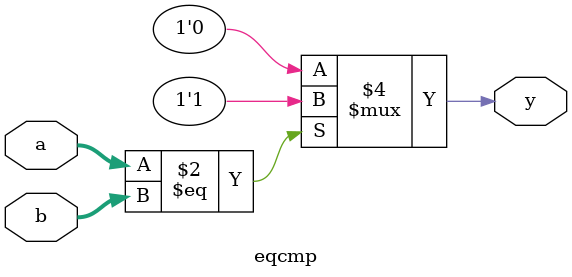
<source format=v>
module ALU(
	   input      [31:0]	 a, b,
	   input      [2:0]	 alucont,
	   output reg [31:0]     result
);
	
	wire [31:0] b2, sum, slt;
	assign b2 = alucont[2] ? ~b : b;
	assign sum = a + b2 + alucont[2];
	assign slt = sum[31];

	always @(*)
		case(alucont[1:0])
		  2'b00: result = a & b;
		  2'b01: result = a | b;
		  2'b10: result = sum;
		  2'b11: result = slt;
		endcase
	
endmodule


module adder(input  [31:0] a, b,
	     output reg [31:0] sum);

	     always @(*) 
                   sum = a + b;

endmodule

module shift_left_2(input  [31:0] a,
		    output reg [31:0] b);

	always @(*)
              b = {a[29:0], 2'b00};

endmodule

module sign_ext(input  [15:0] a,
		output reg [31:0] b);

	always @(*)
              b = {{16{a[15]}}, a};

endmodule

module mux2_32
	(input  [31 : 0] d0, d1,
	 input              s,
	 output reg [31 : 0] y);

	always @(*)
              if (s == 1) y = d1;
              else y = d0;

endmodule

module mux2_5
	(input  [4 : 0] d0, d1,
	 input              s,
	 output reg [4 : 0] y);

	always @(*)
              if (s == 1) y = d1;
              else y = d0;

endmodule

module mux3_32
	(input [31 : 0] d0, d1, d2,
	 input [1:0] s,
	 output reg [31 : 0] y);
	
	always @(*)
              if (s[1] == 1) y = d2;
              else if (s[0] == 1) y = d1;
              else y = d0;

endmodule

module mux4_32
	(input [31 : 0] d0, d1, d2, d3,
	 input [1:0] s,
	 input stall,
	 output reg [31 : 0] y);
	
	always @(*)
              if (stall == 1) y = d3;
              else if (s[1] == 1) y = d2;
              else if (s[0] == 1) y = d1;
              else y = d0;

endmodule

module reg_file(input        clk,
		input [4:0]  addr1, addr2,
		output reg [31:0] rd_data1, rd_data2,
		input        write_en,
		input [4:0]  addr3,
		input [31:0] write_data);

	reg [31:0] regfile[31:0];
  // three ported register file
  // read two ports combinationally
  // write third port on rising edge of clock
  // register 0 hardwired to 0

	always @(*)
              begin
                if (addr1 != 0) rd_data1 = regfile[addr1];
                else rd_data1 = 0;
                if (addr2 != 0) rd_data2 = regfile[addr2];
                else rd_data2 = 0;
              end
	
	always @(negedge clk)  //writeback at every negative clock edge
		if (write_en) regfile[addr3] <= write_data;

endmodule

module flopr_32
(
	input			clk, reset,
	input	    [31 : 0]	d,
	output  reg [31 : 0]	q);

	always @(posedge clk, posedge reset)
		if(reset) q <= 0;
		else q <= d;
endmodule

module flopr_5
(
	input			clk, reset,
	input	    [4 : 0]	d,
	output  reg [4 : 0]	q);

	always @(posedge clk, posedge reset)
		if(reset) q <= 0;
		else q <= d;
endmodule

module flopr_4
(
	input			clk, reset,
	input	    [3 : 0]	d,
	output  reg [3 : 0]	q);

	always @(posedge clk, posedge reset)
		if(reset) q <= 0;
		else q <= d;
endmodule

module flopr_2
(
	input			clk, reset,
	input	    [1 : 0]	d,
	output  reg [1 : 0]	q);

	always @(posedge clk, posedge reset)
		if(reset) q <= 0;
		else q <= d;
endmodule

module floprc_32
	(input clk, reset, clear,
	 input [31 : 0] d,
	 output reg [31 : 0] q);

	 always @(posedge clk, posedge reset)
	     begin
	         if(reset) q <= 0;
		 else if(clear) q <= 0;
		 else q <= d;
	     end
endmodule

module floprc_10
	(input clk, reset, clear,
	 input [9 : 0] d,
	 output reg [9 : 0] q);

	 always @(posedge clk, posedge reset)
	     begin
	         if(reset) q <= 0;
		 else if(clear) q <= 0;
		 else q <= d;
	     end
endmodule

module floprc_5
	(input clk, reset, clear,
	 input [4 : 0] d,
	 output reg [4 : 0] q);

	 always @(posedge clk, posedge reset)
	     begin
	         if(reset) q <= 0;
		 else if(clear) q <= 0;
		 else q <= d;
	     end
endmodule

module flopenr_32
	(input clk, reset, en,
	 input [31 : 0] d,
	 output reg [31 : 0] q);

	 always @(posedge clk, posedge reset)
	     begin
	         if(reset) q <= 0;
		 else if(en) q <= d;
	     end
endmodule

module flopenrc_32
	(input clk, reset, en, clear,
	 input [31 : 0] d,
	 output reg [31 : 0] q);

	always @(posedge clk, posedge reset)
	    begin
	        if(reset) q <= 0;
		else if(clear) q <= 0;
		else if(en) q <= d;
	    end
endmodule

module eqcmp
(
     input [31 : 0] a, b,
     output reg y
);
     always @(*)
           if (a == b) y = 1;
           else y = 0;
endmodule

</source>
